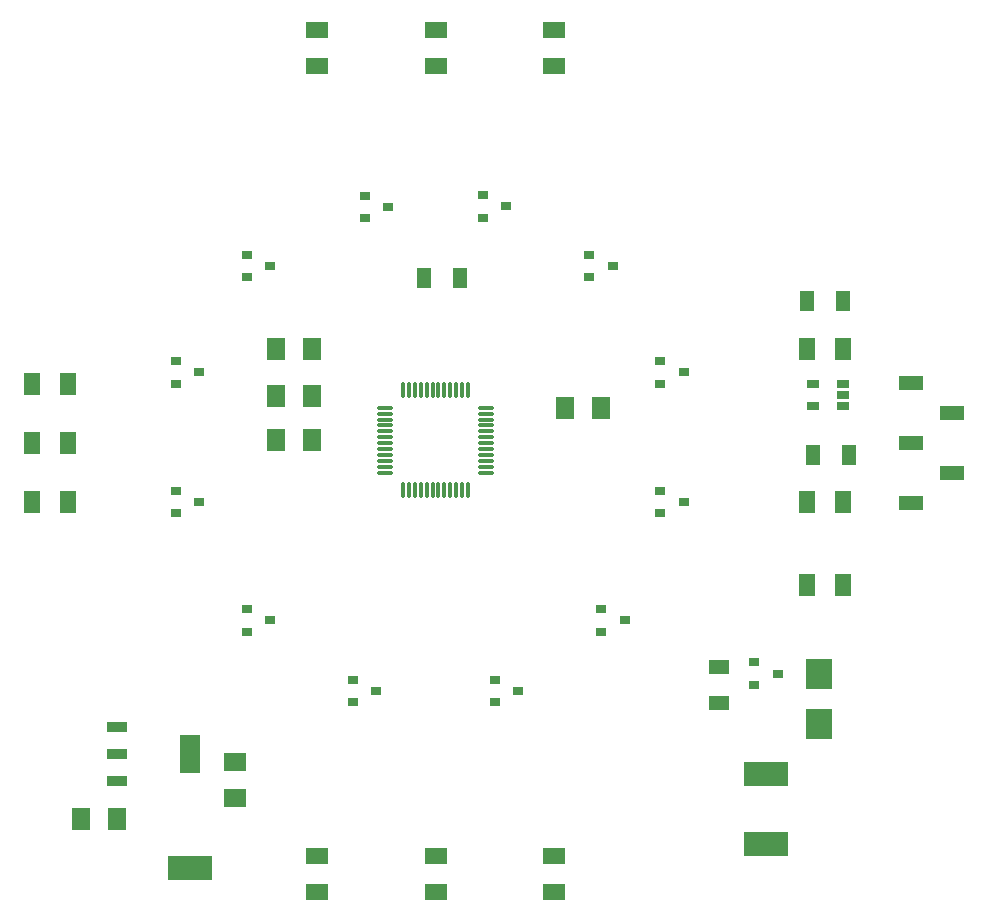
<source format=gtp>
G04*
G04 #@! TF.GenerationSoftware,Altium Limited,Altium Designer,23.9.2 (47)*
G04*
G04 Layer_Color=8421504*
%FSLAX44Y44*%
%MOMM*%
G71*
G04*
G04 #@! TF.SameCoordinates,63E22B9A-3F1A-4F83-A6EB-2A786139D624*
G04*
G04*
G04 #@! TF.FilePolarity,Positive*
G04*
G01*
G75*
%ADD18O,1.5000X0.3000*%
%ADD19O,0.3000X1.5000*%
%ADD20R,0.9000X0.8000*%
%ADD21R,2.3000X2.5000*%
%ADD22R,1.5000X1.9000*%
%ADD23R,1.3561X1.8582*%
G04:AMPARAMS|DCode=24|XSize=1.1mm|YSize=0.6mm|CornerRadius=0.051mm|HoleSize=0mm|Usage=FLASHONLY|Rotation=180.000|XOffset=0mm|YOffset=0mm|HoleType=Round|Shape=RoundedRectangle|*
%AMROUNDEDRECTD24*
21,1,1.1000,0.4980,0,0,180.0*
21,1,0.9980,0.6000,0,0,180.0*
1,1,0.1020,-0.4990,0.2490*
1,1,0.1020,0.4990,0.2490*
1,1,0.1020,0.4990,-0.2490*
1,1,0.1020,-0.4990,-0.2490*
%
%ADD24ROUNDEDRECTD24*%
%ADD25R,1.2500X1.8000*%
%ADD26R,3.8000X2.0300*%
%ADD27R,2.0300X1.2700*%
G04:AMPARAMS|DCode=28|XSize=0.9mm|YSize=1.75mm|CornerRadius=0.0495mm|HoleSize=0mm|Usage=FLASHONLY|Rotation=90.000|XOffset=0mm|YOffset=0mm|HoleType=Round|Shape=RoundedRectangle|*
%AMROUNDEDRECTD28*
21,1,0.9000,1.6510,0,0,90.0*
21,1,0.8010,1.7500,0,0,90.0*
1,1,0.0990,0.8255,0.4005*
1,1,0.0990,0.8255,-0.4005*
1,1,0.0990,-0.8255,-0.4005*
1,1,0.0990,-0.8255,0.4005*
%
%ADD28ROUNDEDRECTD28*%
%ADD29R,1.9000X1.5000*%
G04:AMPARAMS|DCode=30|XSize=3.2mm|YSize=1.75mm|CornerRadius=0.0525mm|HoleSize=0mm|Usage=FLASHONLY|Rotation=90.000|XOffset=0mm|YOffset=0mm|HoleType=Round|Shape=RoundedRectangle|*
%AMROUNDEDRECTD30*
21,1,3.2000,1.6450,0,0,90.0*
21,1,3.0950,1.7500,0,0,90.0*
1,1,0.1050,0.8225,1.5475*
1,1,0.1050,0.8225,-1.5475*
1,1,0.1050,-0.8225,-1.5475*
1,1,0.1050,-0.8225,1.5475*
%
%ADD30ROUNDEDRECTD30*%
%ADD31R,1.8582X1.3561*%
%ADD32R,1.8000X1.2500*%
D18*
X457500Y475000D02*
D03*
Y480000D02*
D03*
Y485000D02*
D03*
Y490000D02*
D03*
Y495000D02*
D03*
Y500000D02*
D03*
Y505000D02*
D03*
Y510000D02*
D03*
Y515000D02*
D03*
Y520000D02*
D03*
Y525000D02*
D03*
Y530000D02*
D03*
X542500D02*
D03*
Y525000D02*
D03*
Y520000D02*
D03*
Y515000D02*
D03*
Y510000D02*
D03*
Y505000D02*
D03*
Y500000D02*
D03*
Y495000D02*
D03*
Y490000D02*
D03*
Y485000D02*
D03*
Y480000D02*
D03*
Y475000D02*
D03*
D19*
X472500Y545000D02*
D03*
X477500D02*
D03*
X482500D02*
D03*
X487500D02*
D03*
X492500D02*
D03*
X497500D02*
D03*
X502500D02*
D03*
X507500D02*
D03*
X512500D02*
D03*
X517500D02*
D03*
X522500D02*
D03*
X527500D02*
D03*
Y460000D02*
D03*
X522500D02*
D03*
X517500D02*
D03*
X512500D02*
D03*
X507500D02*
D03*
X502500D02*
D03*
X497500D02*
D03*
X492500D02*
D03*
X487500D02*
D03*
X482500D02*
D03*
X477500D02*
D03*
X472500D02*
D03*
D20*
X630000Y659500D02*
D03*
Y640500D02*
D03*
X650000Y650000D02*
D03*
X770000Y314374D02*
D03*
Y295374D02*
D03*
X790000Y304874D02*
D03*
X300000Y560000D02*
D03*
X280000Y550500D02*
D03*
Y569500D02*
D03*
X300000Y450000D02*
D03*
X280000Y440500D02*
D03*
Y459500D02*
D03*
X360000Y650000D02*
D03*
X340000Y640500D02*
D03*
Y659500D02*
D03*
X460000Y700000D02*
D03*
X440000Y690500D02*
D03*
Y709500D02*
D03*
X660000Y350000D02*
D03*
X640000Y340500D02*
D03*
Y359500D02*
D03*
X570000Y290000D02*
D03*
X550000Y280500D02*
D03*
Y299500D02*
D03*
X450000Y290000D02*
D03*
X430000Y280500D02*
D03*
Y299500D02*
D03*
X360000Y350000D02*
D03*
X340000Y340500D02*
D03*
Y359500D02*
D03*
X560000Y700500D02*
D03*
X540000Y691000D02*
D03*
Y710000D02*
D03*
X710000Y560000D02*
D03*
X690000Y550500D02*
D03*
Y569500D02*
D03*
X710000Y450000D02*
D03*
X690000Y440500D02*
D03*
Y459500D02*
D03*
D21*
X824519Y304874D02*
D03*
Y261874D02*
D03*
D22*
X230000Y182000D02*
D03*
X200000D02*
D03*
X365000Y540000D02*
D03*
X395000D02*
D03*
X365000Y502500D02*
D03*
X395000D02*
D03*
Y580000D02*
D03*
X365000D02*
D03*
X610000Y530000D02*
D03*
X640000D02*
D03*
D23*
X814739Y580000D02*
D03*
X845261D02*
D03*
X814739Y450000D02*
D03*
X845261D02*
D03*
X188467D02*
D03*
X157945D02*
D03*
X188618Y500000D02*
D03*
X158097D02*
D03*
X188618Y550500D02*
D03*
X158097D02*
D03*
X845261Y380000D02*
D03*
X814739D02*
D03*
D24*
X845261Y531500D02*
D03*
Y541000D02*
D03*
Y550500D02*
D03*
X819261D02*
D03*
Y531500D02*
D03*
D25*
X850251Y489789D02*
D03*
X819751D02*
D03*
X490000Y640000D02*
D03*
X814761Y620000D02*
D03*
X845261D02*
D03*
X520500Y640000D02*
D03*
D26*
X780000Y160302D02*
D03*
Y220000D02*
D03*
X292500Y140000D02*
D03*
D27*
X902850Y449200D02*
D03*
Y550800D02*
D03*
X937150Y525400D02*
D03*
X902850Y500000D02*
D03*
X937150Y474600D02*
D03*
D28*
X230000Y237000D02*
D03*
Y214000D02*
D03*
Y260000D02*
D03*
D29*
X330000Y230000D02*
D03*
Y200000D02*
D03*
D30*
X292500Y237000D02*
D03*
D31*
X500000Y120000D02*
D03*
Y150522D02*
D03*
X400000Y120000D02*
D03*
Y150522D02*
D03*
X600000Y120000D02*
D03*
Y150522D02*
D03*
X400000Y850000D02*
D03*
Y819478D02*
D03*
X500000Y850000D02*
D03*
Y819478D02*
D03*
X600000Y850000D02*
D03*
Y819478D02*
D03*
D32*
X740000Y279750D02*
D03*
Y310250D02*
D03*
M02*

</source>
